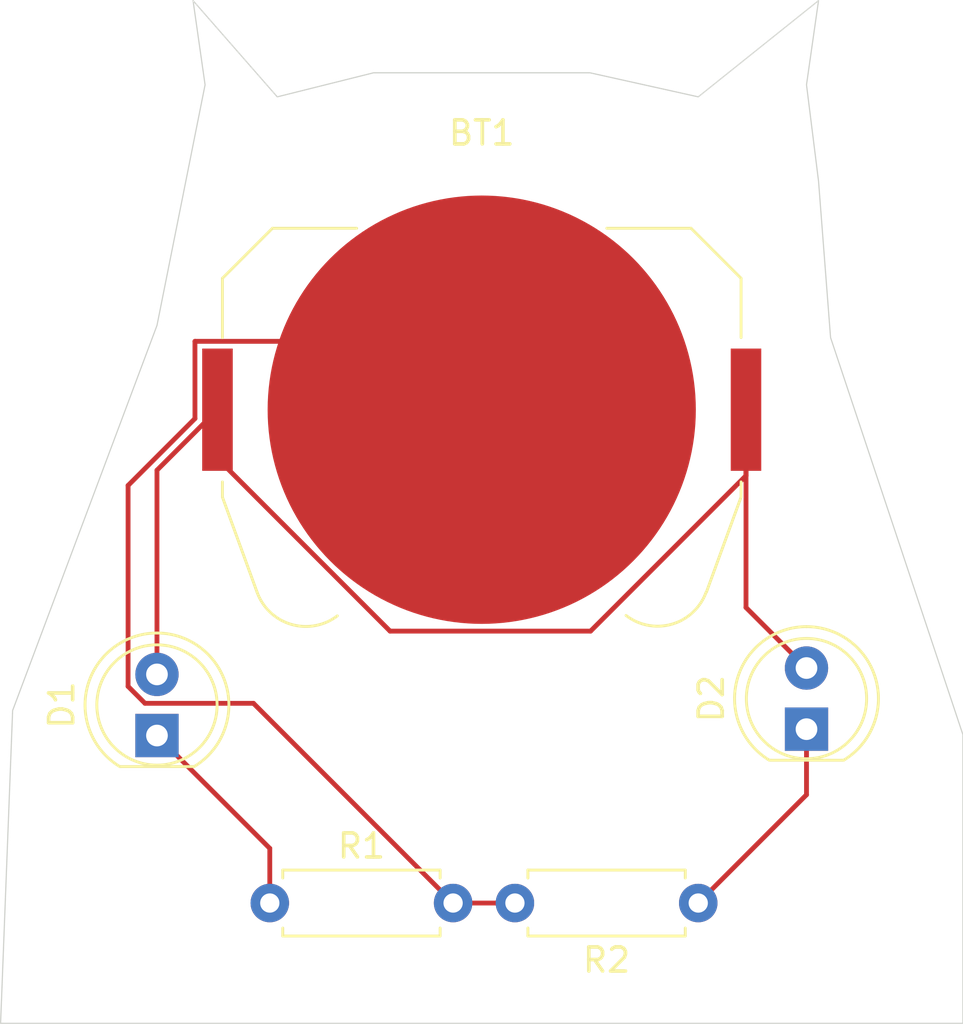
<source format=kicad_pcb>
(kicad_pcb (version 20241229) (generator "pcbnew") (generator_version "9.0")
  (layers (0 "F.Cu" signal) (2 "B.Cu" signal) (13 "F.Paste" user) (15 "B.Paste" user) (5 "F.SilkS" user "F.Silkscreen") (7 "B.SilkS" user "B.Silkscreen") (1 "F.Mask" user) (3 "B.Mask" user) (25 "Edge.Cuts" user))
  (net 0 "")
  (net 1 "Net-(BT1--)")
  (net 2 "Net-(BT1-+)")
  (net 3 "Net-(D1-K)")
  (net 4 "Net-(D2-K)")
  (footprint "LED_THT:LED_D5.0mm" (layer "F.Cu") (at 243.5 132.775 90)
    (property "Reference" "D2" (at 1.27 -3.96 90) (layer "F.SilkS"))
    (property "Value" "LED")
    (fp_line (start -1.29 -1.545) (end -1.29 1.545) (stroke (width 0.12)) (layer "F.SilkS"))
    (fp_arc (start -1.29 -1.54483) (mid 2.071779 -2.880495) (end 4.26 0) (stroke (width 0.12)) (layer "F.SilkS"))
    (fp_arc (start 4.26 0) (mid 2.071779 2.880495) (end -1.29 1.54483) (stroke (width 0.12)) (layer "F.SilkS"))
    (fp_circle (center 1.27 0) (end 3.77 0) (stroke (width 0.12)) (fill no) (layer "F.SilkS"))
    (pad "1" thru_hole rect (at 0 0 90) (size 1.8 1.8) (drill 0.9) (layers "*.Cu" "*.Mask") (net 4 "Net-(D2-K)"))
    (pad "2" thru_hole circle (at 2.54 0 90) (size 1.8 1.8) (drill 0.9) (layers "*.Cu" "*.Mask") (net 2 "Net-(BT1-+)"))
  )
  (footprint "Battery:BatteryHolder_Keystone_3034_1x20mm" (layer "F.Cu") (at 230 119.5)
    (property "Reference" "BT1" (at 0 -11.5 0) (layer "F.SilkS"))
    (property "Value" "Battery_Cell")
    (fp_line (start -10.78 -5.46) (end -10.78 -3) (stroke (width 0.12)) (layer "F.SilkS"))
    (fp_line (start -10.78 3) (end -10.78 3.63) (stroke (width 0.12)) (layer "F.SilkS"))
    (fp_line (start -10.78 3.63) (end -9.34 7.58) (stroke (width 0.12)) (layer "F.SilkS"))
    (fp_line (start -8.7 -7.54) (end -10.78 -5.46) (stroke (width 0.12)) (layer "F.SilkS"))
    (fp_line (start -5.2 -7.54) (end -8.7 -7.54) (stroke (width 0.12)) (layer "F.SilkS"))
    (fp_line (start 8.7 -7.54) (end 5.2 -7.54) (stroke (width 0.12)) (layer "F.SilkS"))
    (fp_line (start 8.7 -7.54) (end 10.78 -5.46) (stroke (width 0.12)) (layer "F.SilkS"))
    (fp_line (start 10.78 -5.46) (end 10.78 -3) (stroke (width 0.12)) (layer "F.SilkS"))
    (fp_line (start 10.78 3) (end 10.78 3.63) (stroke (width 0.12)) (layer "F.SilkS"))
    (fp_line (start 10.78 3.63) (end 9.34 7.58) (stroke (width 0.12)) (layer "F.SilkS"))
    (fp_arc (start -6.003354 8.56653) (mid -7.921654 8.918738) (end -9.34 7.58) (stroke (width 0.12)) (layer "F.SilkS"))
    (fp_arc (start 9.325243 7.588169) (mid 7.90634 8.911668) (end 6 8.55) (stroke (width 0.12)) (layer "F.SilkS"))
    (pad "1" smd rect (at -10.985 0) (size 1.27 5.08) (layers "F.Cu" "F.Mask" "F.Paste") (net 2 "Net-(BT1-+)"))
    (pad "1" smd rect (at 10.985 0) (size 1.27 5.08) (layers "F.Cu" "F.Mask" "F.Paste") (net 2 "Net-(BT1-+)"))
    (pad "2" smd circle (at 0 0) (size 17.8 17.8) (layers "F.Cu" "F.Mask") (net 1 "Net-(BT1--)"))
  )
  (footprint "LED_THT:LED_D5.0mm" (layer "F.Cu") (at 216.5 133.04 90)
    (property "Reference" "D1" (at 1.27 -3.96 90) (layer "F.SilkS"))
    (property "Value" "LED")
    (fp_line (start -1.29 -1.545) (end -1.29 1.545) (stroke (width 0.12)) (layer "F.SilkS"))
    (fp_arc (start -1.29 -1.54483) (mid 2.071779 -2.880495) (end 4.26 0) (stroke (width 0.12)) (layer "F.SilkS"))
    (fp_arc (start 4.26 0) (mid 2.071779 2.880495) (end -1.29 1.54483) (stroke (width 0.12)) (layer "F.SilkS"))
    (fp_circle (center 1.27 0) (end 3.77 0) (stroke (width 0.12)) (fill no) (layer "F.SilkS"))
    (pad "1" thru_hole rect (at 0 0 90) (size 1.8 1.8) (drill 0.9) (layers "*.Cu" "*.Mask") (net 3 "Net-(D1-K)"))
    (pad "2" thru_hole circle (at 2.54 0 90) (size 1.8 1.8) (drill 0.9) (layers "*.Cu" "*.Mask") (net 2 "Net-(BT1-+)"))
  )
  (footprint "Resistor_THT:R_Axial_DIN0207_L6.3mm_D2.5mm_P7.62mm_Horizontal" (layer "F.Cu") (at 221.19 140)
    (property "Reference" "R1" (at 3.81 -2.37 0) (layer "F.SilkS"))
    (property "Value" "R")
    (fp_line (start 0.54 -1.37) (end 7.08 -1.37) (stroke (width 0.12)) (layer "F.SilkS"))
    (fp_line (start 0.54 -1.04) (end 0.54 -1.37) (stroke (width 0.12)) (layer "F.SilkS"))
    (fp_line (start 0.54 1.04) (end 0.54 1.37) (stroke (width 0.12)) (layer "F.SilkS"))
    (fp_line (start 0.54 1.37) (end 7.08 1.37) (stroke (width 0.12)) (layer "F.SilkS"))
    (fp_line (start 7.08 -1.37) (end 7.08 -1.04) (stroke (width 0.12)) (layer "F.SilkS"))
    (fp_line (start 7.08 1.37) (end 7.08 1.04) (stroke (width 0.12)) (layer "F.SilkS"))
    (pad "1" thru_hole circle (at 0 0) (size 1.6 1.6) (drill 0.8) (layers "*.Cu" "*.Mask") (net 3 "Net-(D1-K)"))
    (pad "2" thru_hole circle (at 7.62 0) (size 1.6 1.6) (drill 0.8) (layers "*.Cu" "*.Mask") (net 1 "Net-(BT1--)"))
  )
  (footprint "Resistor_THT:R_Axial_DIN0207_L6.3mm_D2.5mm_P7.62mm_Horizontal" (layer "F.Cu") (at 239 140 180)
    (property "Reference" "R2" (at 3.81 -2.37 0) (layer "F.SilkS"))
    (property "Value" "R")
    (fp_line (start 7.08 1.37) (end 7.08 1.04) (stroke (width 0.12)) (layer "F.SilkS"))
    (fp_line (start 7.08 -1.37) (end 7.08 -1.04) (stroke (width 0.12)) (layer "F.SilkS"))
    (fp_line (start 0.54 1.37) (end 7.08 1.37) (stroke (width 0.12)) (layer "F.SilkS"))
    (fp_line (start 0.54 1.04) (end 0.54 1.37) (stroke (width 0.12)) (layer "F.SilkS"))
    (fp_line (start 0.54 -1.04) (end 0.54 -1.37) (stroke (width 0.12)) (layer "F.SilkS"))
    (fp_line (start 0.54 -1.37) (end 7.08 -1.37) (stroke (width 0.12)) (layer "F.SilkS"))
    (pad "1" thru_hole circle (at 0 0 180) (size 1.6 1.6) (drill 0.8) (layers "*.Cu" "*.Mask") (net 4 "Net-(D2-K)"))
    (pad "2" thru_hole circle (at 7.62 0 180) (size 1.6 1.6) (drill 0.8) (layers "*.Cu" "*.Mask") (net 1 "Net-(BT1--)"))
  )
  (gr_poly (pts (xy 210 145) (xy 250 145) (xy 250 133) (xy 244.5 116.5) (xy 244 110) (xy 243.5 106) (xy 244 102.5) (xy 239 106.5) (xy 234.5 105.5) (xy 225.5 105.5) (xy 221.5 106.5) (xy 218 102.5) (xy 218.5 106) (xy 216.5 116) (xy 210.5 132)) (stroke (width 0.05)) (fill no) (layer "Edge.Cuts"))
  (segment (start 215.299 130.997471) (end 215.299 122.6489) (width 0.2) (layer "F.Cu") (net 1))
  (segment (start 231.38 140) (end 228.81 140) (width 0.2) (layer "F.Cu") (net 1))
  (segment (start 228.81 140) (end 220.511 131.701) (width 0.2) (layer "F.Cu") (net 1))
  (segment (start 216.002529 131.701) (end 215.299 130.997471) (width 0.2) (layer "F.Cu") (net 1))
  (segment (start 218.079 116.659) (end 227.159 116.659) (width 0.2) (layer "F.Cu") (net 1))
  (segment (start 218.079 119.8689) (end 218.079 116.659) (width 0.2) (layer "F.Cu") (net 1))
  (segment (start 220.511 131.701) (end 216.002529 131.701) (width 0.2) (layer "F.Cu") (net 1))
  (segment (start 227.159 116.659) (end 230 119.5) (width 0.2) (layer "F.Cu") (net 1))
  (segment (start 215.299 122.6489) (end 218.079 119.8689) (width 0.2) (layer "F.Cu") (net 1))
  (segment (start 240.985 127.72) (end 243.5 130.235) (width 0.2) (layer "F.Cu") (net 2))
  (segment (start 234.524 128.701) (end 240.985 122.24) (width 0.2) (layer "F.Cu") (net 2))
  (segment (start 216.5 130.5) (end 216.5 122.015) (width 0.2) (layer "F.Cu") (net 2))
  (segment (start 219.015 119.5) (end 219.015 121.527179) (width 0.2) (layer "F.Cu") (net 2))
  (segment (start 240.985 119.5) (end 240.985 127.72) (width 0.2) (layer "F.Cu") (net 2))
  (segment (start 240.985 122.24) (end 240.985 119.5) (width 0.2) (layer "F.Cu") (net 2))
  (segment (start 219.015 121.527179) (end 226.188821 128.701) (width 0.2) (layer "F.Cu") (net 2))
  (segment (start 216.5 122.015) (end 219.015 119.5) (width 0.2) (layer "F.Cu") (net 2))
  (segment (start 226.188821 128.701) (end 234.524 128.701) (width 0.2) (layer "F.Cu") (net 2))
  (segment (start 221.19 137.73) (end 216.5 133.04) (width 0.2) (layer "F.Cu") (net 3))
  (segment (start 221.19 140) (end 221.19 137.73) (width 0.2) (layer "F.Cu") (net 3))
  (segment (start 243.5 135.5) (end 239 140) (width 0.2) (layer "F.Cu") (net 4))
  (segment (start 243.5 132.775) (end 243.5 135.5) (width 0.2) (layer "F.Cu") (net 4))
)
</source>
